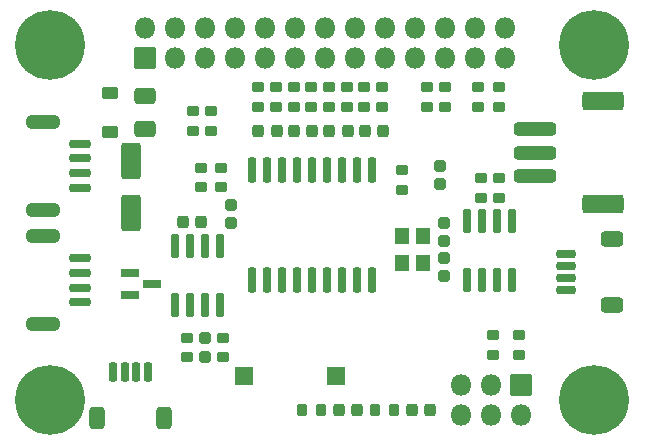
<source format=gts>
G04 #@! TF.GenerationSoftware,KiCad,Pcbnew,6.0.11-2627ca5db0~126~ubuntu22.04.1*
G04 #@! TF.CreationDate,2023-09-21T12:17:28+02:00*
G04 #@! TF.ProjectId,CyphalPicoBase-CAN,43797068-616c-4506-9963-6f426173652d,0.3*
G04 #@! TF.SameCoordinates,PX55d4a80PY57bcf00*
G04 #@! TF.FileFunction,Soldermask,Top*
G04 #@! TF.FilePolarity,Negative*
%FSLAX46Y46*%
G04 Gerber Fmt 4.6, Leading zero omitted, Abs format (unit mm)*
G04 Created by KiCad (PCBNEW 6.0.11-2627ca5db0~126~ubuntu22.04.1) date 2023-09-21 12:17:28*
%MOMM*%
%LPD*%
G01*
G04 APERTURE LIST*
G04 Aperture macros list*
%AMRoundRect*
0 Rectangle with rounded corners*
0 $1 Rounding radius*
0 $2 $3 $4 $5 $6 $7 $8 $9 X,Y pos of 4 corners*
0 Add a 4 corners polygon primitive as box body*
4,1,4,$2,$3,$4,$5,$6,$7,$8,$9,$2,$3,0*
0 Add four circle primitives for the rounded corners*
1,1,$1+$1,$2,$3*
1,1,$1+$1,$4,$5*
1,1,$1+$1,$6,$7*
1,1,$1+$1,$8,$9*
0 Add four rect primitives between the rounded corners*
20,1,$1+$1,$2,$3,$4,$5,0*
20,1,$1+$1,$4,$5,$6,$7,0*
20,1,$1+$1,$6,$7,$8,$9,0*
20,1,$1+$1,$8,$9,$2,$3,0*%
G04 Aperture macros list end*
%ADD10C,5.902000*%
%ADD11RoundRect,0.251000X0.275000X-0.200000X0.275000X0.200000X-0.275000X0.200000X-0.275000X-0.200000X0*%
%ADD12RoundRect,0.201000X0.150000X-0.875000X0.150000X0.875000X-0.150000X0.875000X-0.150000X-0.875000X0*%
%ADD13RoundRect,0.276000X-0.250000X0.225000X-0.250000X-0.225000X0.250000X-0.225000X0.250000X0.225000X0*%
%ADD14RoundRect,0.276000X-0.225000X-0.250000X0.225000X-0.250000X0.225000X0.250000X-0.225000X0.250000X0*%
%ADD15RoundRect,0.251000X-0.275000X0.200000X-0.275000X-0.200000X0.275000X-0.200000X0.275000X0.200000X0*%
%ADD16RoundRect,0.201000X0.625000X-0.150000X0.625000X0.150000X-0.625000X0.150000X-0.625000X-0.150000X0*%
%ADD17RoundRect,0.301000X0.650000X-0.350000X0.650000X0.350000X-0.650000X0.350000X-0.650000X-0.350000X0*%
%ADD18RoundRect,0.201000X-0.150000X-0.625000X0.150000X-0.625000X0.150000X0.625000X-0.150000X0.625000X0*%
%ADD19RoundRect,0.301000X-0.350000X-0.650000X0.350000X-0.650000X0.350000X0.650000X-0.350000X0.650000X0*%
%ADD20RoundRect,0.051000X-0.850000X0.850000X-0.850000X-0.850000X0.850000X-0.850000X0.850000X0.850000X0*%
%ADD21O,1.802000X1.802000*%
%ADD22RoundRect,0.051000X-0.600000X0.450000X-0.600000X-0.450000X0.600000X-0.450000X0.600000X0.450000X0*%
%ADD23RoundRect,0.201000X0.150000X-0.825000X0.150000X0.825000X-0.150000X0.825000X-0.150000X-0.825000X0*%
%ADD24RoundRect,0.201000X-0.700000X0.150000X-0.700000X-0.150000X0.700000X-0.150000X0.700000X0.150000X0*%
%ADD25RoundRect,0.301000X-1.100000X0.250000X-1.100000X-0.250000X1.100000X-0.250000X1.100000X0.250000X0*%
%ADD26RoundRect,0.269750X0.218750X0.256250X-0.218750X0.256250X-0.218750X-0.256250X0.218750X-0.256250X0*%
%ADD27RoundRect,0.251000X-0.200000X-0.275000X0.200000X-0.275000X0.200000X0.275000X-0.200000X0.275000X0*%
%ADD28RoundRect,0.201000X-0.150000X0.825000X-0.150000X-0.825000X0.150000X-0.825000X0.150000X0.825000X0*%
%ADD29RoundRect,0.051000X0.550000X-0.650000X0.550000X0.650000X-0.550000X0.650000X-0.550000X-0.650000X0*%
%ADD30RoundRect,0.276000X0.225000X0.250000X-0.225000X0.250000X-0.225000X-0.250000X0.225000X-0.250000X0*%
%ADD31RoundRect,0.051000X0.850000X-0.850000X0.850000X0.850000X-0.850000X0.850000X-0.850000X-0.850000X0*%
%ADD32RoundRect,0.051000X0.750000X0.750000X-0.750000X0.750000X-0.750000X-0.750000X0.750000X-0.750000X0*%
%ADD33RoundRect,0.276000X0.250000X-0.225000X0.250000X0.225000X-0.250000X0.225000X-0.250000X-0.225000X0*%
%ADD34RoundRect,0.301000X1.500000X-0.250000X1.500000X0.250000X-1.500000X0.250000X-1.500000X-0.250000X0*%
%ADD35RoundRect,0.301001X1.449999X-0.499999X1.449999X0.499999X-1.449999X0.499999X-1.449999X-0.499999X0*%
%ADD36RoundRect,0.201000X-0.587500X-0.150000X0.587500X-0.150000X0.587500X0.150000X-0.587500X0.150000X0*%
%ADD37RoundRect,0.301000X0.625000X-0.375000X0.625000X0.375000X-0.625000X0.375000X-0.625000X-0.375000X0*%
%ADD38RoundRect,0.301000X-0.550000X1.250000X-0.550000X-1.250000X0.550000X-1.250000X0.550000X1.250000X0*%
G04 APERTURE END LIST*
D10*
X-23000000Y15000000D03*
X23000000Y15000000D03*
X-23000000Y-15000000D03*
X23000000Y-15000000D03*
D11*
X-10200000Y2975000D03*
X-10200000Y4625000D03*
D12*
X-5880000Y-4850000D03*
X-4610000Y-4850000D03*
X-3340000Y-4850000D03*
X-2070000Y-4850000D03*
X-800000Y-4850000D03*
X470000Y-4850000D03*
X1740000Y-4850000D03*
X3010000Y-4850000D03*
X4280000Y-4850000D03*
X4280000Y4450000D03*
X3010000Y4450000D03*
X1740000Y4450000D03*
X470000Y4450000D03*
X-800000Y4450000D03*
X-2070000Y4450000D03*
X-3340000Y4450000D03*
X-4610000Y4450000D03*
X-5880000Y4450000D03*
D13*
X-7700000Y1475000D03*
X-7700000Y-75000D03*
D14*
X-11775000Y0D03*
X-10225000Y0D03*
D15*
X6800000Y4425000D03*
X6800000Y2775000D03*
D11*
X-8500000Y2975000D03*
X-8500000Y4625000D03*
D13*
X10000000Y4775000D03*
X10000000Y3225000D03*
D16*
X20700000Y-5700000D03*
X20700000Y-4700000D03*
X20700000Y-3700000D03*
X20700000Y-2700000D03*
D17*
X24575000Y-7000000D03*
X24575000Y-1400000D03*
D18*
X-17700000Y-12700000D03*
X-16700000Y-12700000D03*
X-15700000Y-12700000D03*
X-14700000Y-12700000D03*
D19*
X-19000000Y-16575000D03*
X-13400000Y-16575000D03*
D20*
X16900000Y-13800000D03*
D21*
X16900000Y-16340000D03*
X14360000Y-13800000D03*
X14360000Y-16340000D03*
X11820000Y-13800000D03*
X11820000Y-16340000D03*
D22*
X-17900000Y10950000D03*
X-17900000Y7650000D03*
D23*
X12295000Y-4875000D03*
X13565000Y-4875000D03*
X14835000Y-4875000D03*
X16105000Y-4875000D03*
X16105000Y75000D03*
X14835000Y75000D03*
X13565000Y75000D03*
X12295000Y75000D03*
D15*
X13500000Y3725000D03*
X13500000Y2075000D03*
X15000000Y3725000D03*
X15000000Y2075000D03*
X16700000Y-9575000D03*
X16700000Y-11225000D03*
D11*
X14500000Y-11225000D03*
X14500000Y-9575000D03*
D24*
X-20450000Y-3025000D03*
X-20450000Y-4275000D03*
X-20450000Y-5525000D03*
X-20450000Y-6775000D03*
D25*
X-23650000Y-1175000D03*
X-23650000Y-8625000D03*
D26*
X9187500Y-15900000D03*
X7612500Y-15900000D03*
D27*
X4475000Y-15900000D03*
X6125000Y-15900000D03*
D28*
X-8595000Y-2025000D03*
X-9865000Y-2025000D03*
X-11135000Y-2025000D03*
X-12405000Y-2025000D03*
X-12405000Y-6975000D03*
X-11135000Y-6975000D03*
X-9865000Y-6975000D03*
X-8595000Y-6975000D03*
D29*
X6800000Y-1150000D03*
X6800000Y-3450000D03*
X8600000Y-3450000D03*
X8600000Y-1150000D03*
D24*
X-20450000Y6675000D03*
X-20450000Y5425000D03*
X-20450000Y4175000D03*
X-20450000Y2925000D03*
D25*
X-23650000Y1075000D03*
X-23650000Y8525000D03*
D13*
X-9900000Y-9825000D03*
X-9900000Y-11375000D03*
D11*
X-11400000Y-11425000D03*
X-11400000Y-9775000D03*
D15*
X-8400000Y-9775000D03*
X-8400000Y-11425000D03*
D27*
X-1725000Y-15900000D03*
X-75000Y-15900000D03*
D30*
X-3825000Y7700000D03*
X-5375000Y7700000D03*
X-825000Y7700000D03*
X-2375000Y7700000D03*
X2175000Y7700000D03*
X625000Y7700000D03*
X5175000Y7700000D03*
X3625000Y7700000D03*
D31*
X-15000000Y13925000D03*
D21*
X-15000000Y16465000D03*
X-12460000Y13925000D03*
X-12460000Y16465000D03*
X-9920000Y13925000D03*
X-9920000Y16465000D03*
X-7380000Y13925000D03*
X-7380000Y16465000D03*
X-4840000Y13925000D03*
X-4840000Y16465000D03*
X-2300000Y13925000D03*
X-2300000Y16465000D03*
X240000Y13925000D03*
X240000Y16465000D03*
X2780000Y13925000D03*
X2780000Y16465000D03*
X5320000Y13925000D03*
X5320000Y16465000D03*
X7860000Y13925000D03*
X7860000Y16465000D03*
X10400000Y13925000D03*
X10400000Y16465000D03*
X12940000Y13925000D03*
X12940000Y16465000D03*
X15480000Y13925000D03*
X15480000Y16465000D03*
D11*
X-5400000Y9775000D03*
X-5400000Y11425000D03*
X600000Y9775000D03*
X600000Y11425000D03*
X3600000Y9775000D03*
X3600000Y11425000D03*
D15*
X-900000Y11425000D03*
X-900000Y9775000D03*
X2100000Y11425000D03*
X2100000Y9775000D03*
X5100000Y11425000D03*
X5100000Y9775000D03*
X8900000Y11425000D03*
X8900000Y9775000D03*
X10400000Y11425000D03*
X10400000Y9775000D03*
X-9400000Y9425000D03*
X-9400000Y7775000D03*
X-10900000Y9425000D03*
X-10900000Y7775000D03*
X13200000Y11425000D03*
X13200000Y9775000D03*
X15000000Y11425000D03*
X15000000Y9775000D03*
D32*
X1200000Y-13000000D03*
X-6600000Y-13000000D03*
D15*
X-3900000Y11425000D03*
X-3900000Y9775000D03*
D33*
X10300000Y-1575000D03*
X10300000Y-25000D03*
D11*
X-2400000Y9775000D03*
X-2400000Y11425000D03*
D13*
X10300000Y-3025000D03*
X10300000Y-4575000D03*
D26*
X2987500Y-15900000D03*
X1412500Y-15900000D03*
D34*
X18050000Y3900000D03*
X18050000Y5900000D03*
X18050000Y7900000D03*
D35*
X23800000Y10250000D03*
X23800000Y1550000D03*
D36*
X-16237500Y-4250000D03*
X-16237500Y-6150000D03*
X-14362500Y-5200000D03*
D37*
X-15000000Y7900000D03*
X-15000000Y10700000D03*
D38*
X-16200000Y5200000D03*
X-16200000Y800000D03*
G36*
X25241900Y750001D02*
G01*
X25241900Y748001D01*
X25240497Y747028D01*
X25240491Y747027D01*
X25240162Y747000D01*
X22359838Y747000D01*
X22358106Y748000D01*
X22358106Y750000D01*
X22359838Y751000D01*
X25240168Y751001D01*
X25241900Y750001D01*
G37*
G36*
X25241894Y2352000D02*
G01*
X25241894Y2350000D01*
X25240162Y2349000D01*
X22359832Y2348999D01*
X22358100Y2349999D01*
X22358100Y2351999D01*
X22359503Y2352972D01*
X22359509Y2352973D01*
X22359838Y2353000D01*
X25240162Y2353000D01*
X25241894Y2352000D01*
G37*
G36*
X25241900Y9450001D02*
G01*
X25241900Y9448001D01*
X25240497Y9447028D01*
X25240491Y9447027D01*
X25240162Y9447000D01*
X22359838Y9447000D01*
X22358106Y9448000D01*
X22358106Y9450000D01*
X22359838Y9451000D01*
X25240168Y9451001D01*
X25241900Y9450001D01*
G37*
G36*
X25241894Y11052000D02*
G01*
X25241894Y11050000D01*
X25240162Y11049000D01*
X22359832Y11048999D01*
X22358100Y11049999D01*
X22358100Y11051999D01*
X22359503Y11052972D01*
X22359509Y11052973D01*
X22359838Y11053000D01*
X25240162Y11053000D01*
X25241894Y11052000D01*
G37*
M02*

</source>
